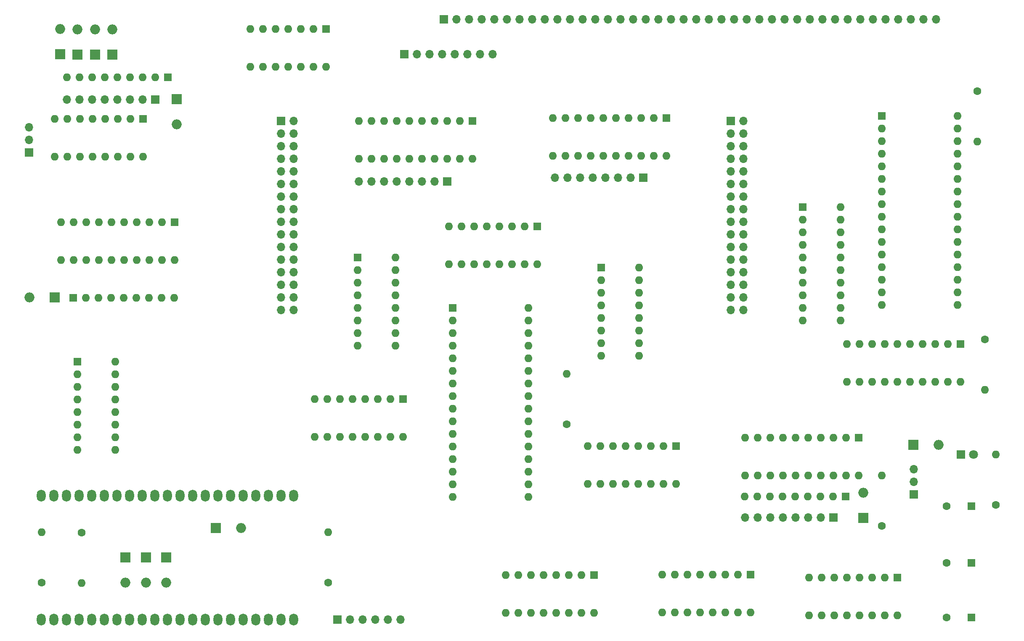
<source format=gbr>
%TF.GenerationSoftware,KiCad,Pcbnew,7.0.2*%
%TF.CreationDate,2023-05-21T12:10:35+01:00*%
%TF.ProjectId,FujiNet_Z80Bus_ReferenceDesign,46756a69-4e65-4745-9f5a-38304275735f,rev?*%
%TF.SameCoordinates,Original*%
%TF.FileFunction,Soldermask,Bot*%
%TF.FilePolarity,Negative*%
%FSLAX46Y46*%
G04 Gerber Fmt 4.6, Leading zero omitted, Abs format (unit mm)*
G04 Created by KiCad (PCBNEW 7.0.2) date 2023-05-21 12:10:35*
%MOMM*%
%LPD*%
G01*
G04 APERTURE LIST*
%ADD10R,2.000000X2.000000*%
%ADD11O,2.000000X2.000000*%
%ADD12R,1.700000X1.700000*%
%ADD13O,1.700000X1.700000*%
%ADD14R,1.600000X1.600000*%
%ADD15O,1.600000X1.600000*%
%ADD16C,1.600000*%
%ADD17R,1.800000X1.800000*%
%ADD18C,1.800000*%
%ADD19O,1.800000X2.400000*%
G04 APERTURE END LIST*
D10*
%TO.C,D11*%
X234640000Y-134460000D03*
D11*
X234640000Y-129380000D03*
%TD*%
D12*
%TO.C,DIAG-ESP_CONTROL1*%
X92200000Y-50120000D03*
D13*
X89660000Y-50120000D03*
X87120000Y-50120000D03*
X84580000Y-50120000D03*
X82040000Y-50120000D03*
X79500000Y-50120000D03*
X76960000Y-50120000D03*
X74420000Y-50120000D03*
%TD*%
D12*
%TO.C,J12*%
X117460000Y-54460000D03*
D13*
X120000000Y-54460000D03*
X117460000Y-57000000D03*
X120000000Y-57000000D03*
X117460000Y-59540000D03*
X120000000Y-59540000D03*
X117460000Y-62080000D03*
X120000000Y-62080000D03*
X117460000Y-64620000D03*
X120000000Y-64620000D03*
X117460000Y-67160000D03*
X120000000Y-67160000D03*
X117460000Y-69700000D03*
X120000000Y-69700000D03*
X117460000Y-72240000D03*
X120000000Y-72240000D03*
X117460000Y-74780000D03*
X120000000Y-74780000D03*
X117460000Y-77320000D03*
X120000000Y-77320000D03*
X117460000Y-79860000D03*
X120000000Y-79860000D03*
X117460000Y-82400000D03*
X120000000Y-82400000D03*
X117460000Y-84940000D03*
X120000000Y-84940000D03*
X117460000Y-87480000D03*
X120000000Y-87480000D03*
X117460000Y-90020000D03*
X120000000Y-90020000D03*
X117460000Y-92560000D03*
X120000000Y-92560000D03*
%TD*%
D12*
%TO.C,DIAG-LOCAL_DATA1*%
X228680000Y-134420000D03*
D13*
X226140000Y-134420000D03*
X223600000Y-134420000D03*
X221060000Y-134420000D03*
X218520000Y-134420000D03*
X215980000Y-134420000D03*
X213440000Y-134420000D03*
X210900000Y-134420000D03*
%TD*%
D14*
%TO.C,Z80_ADDRHIGH1*%
X195040000Y-53880000D03*
D15*
X192500000Y-53880000D03*
X189960000Y-53880000D03*
X187420000Y-53880000D03*
X184880000Y-53880000D03*
X182340000Y-53880000D03*
X179800000Y-53880000D03*
X177260000Y-53880000D03*
X174720000Y-53880000D03*
X172180000Y-53880000D03*
X172180000Y-61500000D03*
X174720000Y-61500000D03*
X177260000Y-61500000D03*
X179800000Y-61500000D03*
X182340000Y-61500000D03*
X184880000Y-61500000D03*
X187420000Y-61500000D03*
X189960000Y-61500000D03*
X192500000Y-61500000D03*
X195040000Y-61500000D03*
%TD*%
D16*
%TO.C,R5*%
X257615000Y-48450000D03*
D15*
X257615000Y-58610000D03*
%TD*%
D14*
%TO.C,C1*%
X256402700Y-132097300D03*
D16*
X251402700Y-132097300D03*
%TD*%
D14*
%TO.C,C3*%
X256402700Y-154500000D03*
D16*
X251402700Y-154500000D03*
%TD*%
D14*
%TO.C,SPI-Z80_CONTROL.IN1*%
X76500000Y-103000000D03*
D15*
X76500000Y-105540000D03*
X76500000Y-108080000D03*
X76500000Y-110620000D03*
X76500000Y-113160000D03*
X76500000Y-115700000D03*
X76500000Y-118240000D03*
X76500000Y-120780000D03*
X84120000Y-120780000D03*
X84120000Y-118240000D03*
X84120000Y-115700000D03*
X84120000Y-113160000D03*
X84120000Y-110620000D03*
X84120000Y-108080000D03*
X84120000Y-105540000D03*
X84120000Y-103000000D03*
%TD*%
D12*
%TO.C,EX_SPI1*%
X128840000Y-155000000D03*
D13*
X131380000Y-155000000D03*
X133920000Y-155000000D03*
X136460000Y-155000000D03*
X139000000Y-155000000D03*
X141540000Y-155000000D03*
%TD*%
D12*
%TO.C,DIAG-LOCAL_ADD_LOW1*%
X150960000Y-66620000D03*
D13*
X148420000Y-66620000D03*
X145880000Y-66620000D03*
X143340000Y-66620000D03*
X140800000Y-66620000D03*
X138260000Y-66620000D03*
X135720000Y-66620000D03*
X133180000Y-66620000D03*
%TD*%
D12*
%TO.C,JP2*%
X66800000Y-60800000D03*
D13*
X66800000Y-58260000D03*
X66800000Y-55720000D03*
%TD*%
D10*
%TO.C,D3*%
X90330000Y-142420000D03*
D11*
X90330000Y-147500000D03*
%TD*%
D14*
%TO.C,RIO_DECODER1*%
X254235000Y-99410000D03*
D15*
X251695000Y-99410000D03*
X249155000Y-99410000D03*
X246615000Y-99410000D03*
X244075000Y-99410000D03*
X241535000Y-99410000D03*
X238995000Y-99410000D03*
X236455000Y-99410000D03*
X233915000Y-99410000D03*
X231375000Y-99410000D03*
X231375000Y-107030000D03*
X233915000Y-107030000D03*
X236455000Y-107030000D03*
X238995000Y-107030000D03*
X241535000Y-107030000D03*
X244075000Y-107030000D03*
X246615000Y-107030000D03*
X249155000Y-107030000D03*
X251695000Y-107030000D03*
X254235000Y-107030000D03*
%TD*%
D14*
%TO.C,RN2*%
X231065000Y-130120000D03*
D15*
X228525000Y-130120000D03*
X225985000Y-130120000D03*
X223445000Y-130120000D03*
X220905000Y-130120000D03*
X218365000Y-130120000D03*
X215825000Y-130120000D03*
X213285000Y-130120000D03*
X210745000Y-130120000D03*
%TD*%
D12*
%TO.C,JP1*%
X244825000Y-129727100D03*
D13*
X244825000Y-127187100D03*
X244825000Y-124647100D03*
%TD*%
D14*
%TO.C,SPI-LOCAL_DATA.IN1*%
X212000000Y-145880000D03*
D15*
X209460000Y-145880000D03*
X206920000Y-145880000D03*
X204380000Y-145880000D03*
X201840000Y-145880000D03*
X199300000Y-145880000D03*
X196760000Y-145880000D03*
X194220000Y-145880000D03*
X194220000Y-153500000D03*
X196760000Y-153500000D03*
X199300000Y-153500000D03*
X201840000Y-153500000D03*
X204380000Y-153500000D03*
X206920000Y-153500000D03*
X209460000Y-153500000D03*
X212000000Y-153500000D03*
%TD*%
D14*
%TO.C,RN1*%
X75620000Y-90090000D03*
D15*
X78160000Y-90090000D03*
X80700000Y-90090000D03*
X83240000Y-90090000D03*
X85780000Y-90090000D03*
X88320000Y-90090000D03*
X90860000Y-90090000D03*
X93400000Y-90090000D03*
X95940000Y-90090000D03*
%TD*%
D14*
%TO.C,Z80-LOCAL_DATA1*%
X233720000Y-118340000D03*
D15*
X231180000Y-118340000D03*
X228640000Y-118340000D03*
X226100000Y-118340000D03*
X223560000Y-118340000D03*
X221020000Y-118340000D03*
X218480000Y-118340000D03*
X215940000Y-118340000D03*
X213400000Y-118340000D03*
X210860000Y-118340000D03*
X210860000Y-125960000D03*
X213400000Y-125960000D03*
X215940000Y-125960000D03*
X218480000Y-125960000D03*
X221020000Y-125960000D03*
X223560000Y-125960000D03*
X226100000Y-125960000D03*
X228640000Y-125960000D03*
X231180000Y-125960000D03*
X233720000Y-125960000D03*
%TD*%
D14*
%TO.C,IC3*%
X169000000Y-75700000D03*
D15*
X166460000Y-75700000D03*
X163920000Y-75700000D03*
X161380000Y-75700000D03*
X158840000Y-75700000D03*
X156300000Y-75700000D03*
X153760000Y-75700000D03*
X151220000Y-75700000D03*
X151220000Y-83320000D03*
X153760000Y-83320000D03*
X156300000Y-83320000D03*
X158840000Y-83320000D03*
X161380000Y-83320000D03*
X163920000Y-83320000D03*
X166460000Y-83320000D03*
X169000000Y-83320000D03*
%TD*%
D14*
%TO.C,SPI-LOCAL_ADD_HIGH.OUT1*%
X197000000Y-120000000D03*
D15*
X194460000Y-120000000D03*
X191920000Y-120000000D03*
X189380000Y-120000000D03*
X186840000Y-120000000D03*
X184300000Y-120000000D03*
X181760000Y-120000000D03*
X179220000Y-120000000D03*
X179220000Y-127620000D03*
X181760000Y-127620000D03*
X184300000Y-127620000D03*
X186840000Y-127620000D03*
X189380000Y-127620000D03*
X191920000Y-127620000D03*
X194460000Y-127620000D03*
X197000000Y-127620000D03*
%TD*%
D10*
%TO.C,D7*%
X76540000Y-41040000D03*
D11*
X76540000Y-35960000D03*
%TD*%
D10*
%TO.C,D5*%
X94330000Y-142420000D03*
D11*
X94330000Y-147500000D03*
%TD*%
D12*
%TO.C,DIAG-Z80_CONTROL1*%
X142300000Y-41000000D03*
D13*
X144840000Y-41000000D03*
X147380000Y-41000000D03*
X149920000Y-41000000D03*
X152460000Y-41000000D03*
X155000000Y-41000000D03*
X157540000Y-41000000D03*
X160080000Y-41000000D03*
%TD*%
D17*
%TO.C,D1*%
X254285000Y-121727100D03*
D18*
X256825000Y-121727100D03*
%TD*%
D14*
%TO.C,SPI-LOCAL_ADD_L.OUT1*%
X142000000Y-110500000D03*
D15*
X139460000Y-110500000D03*
X136920000Y-110500000D03*
X134380000Y-110500000D03*
X131840000Y-110500000D03*
X129300000Y-110500000D03*
X126760000Y-110500000D03*
X124220000Y-110500000D03*
X124220000Y-118120000D03*
X126760000Y-118120000D03*
X129300000Y-118120000D03*
X131840000Y-118120000D03*
X134380000Y-118120000D03*
X136920000Y-118120000D03*
X139460000Y-118120000D03*
X142000000Y-118120000D03*
%TD*%
D14*
%TO.C,IC4*%
X180500000Y-146000000D03*
D15*
X177960000Y-146000000D03*
X175420000Y-146000000D03*
X172880000Y-146000000D03*
X170340000Y-146000000D03*
X167800000Y-146000000D03*
X165260000Y-146000000D03*
X162720000Y-146000000D03*
X162720000Y-153620000D03*
X165260000Y-153620000D03*
X167800000Y-153620000D03*
X170340000Y-153620000D03*
X172880000Y-153620000D03*
X175420000Y-153620000D03*
X177960000Y-153620000D03*
X180500000Y-153620000D03*
%TD*%
D10*
%TO.C,D8*%
X80040000Y-41080000D03*
D11*
X80040000Y-36000000D03*
%TD*%
D16*
%TO.C,R8*%
X175000000Y-115580000D03*
D15*
X175000000Y-105420000D03*
%TD*%
D14*
%TO.C,IC1*%
X96040000Y-74880000D03*
D15*
X93500000Y-74880000D03*
X90960000Y-74880000D03*
X88420000Y-74880000D03*
X85880000Y-74880000D03*
X83340000Y-74880000D03*
X80800000Y-74880000D03*
X78260000Y-74880000D03*
X75720000Y-74880000D03*
X73180000Y-74880000D03*
X73180000Y-82500000D03*
X75720000Y-82500000D03*
X78260000Y-82500000D03*
X80800000Y-82500000D03*
X83340000Y-82500000D03*
X85880000Y-82500000D03*
X88420000Y-82500000D03*
X90960000Y-82500000D03*
X93500000Y-82500000D03*
X96040000Y-82500000D03*
%TD*%
D12*
%TO.C,J1*%
X150280000Y-34000000D03*
D13*
X152820000Y-34000000D03*
X155360000Y-34000000D03*
X157900000Y-34000000D03*
X160440000Y-34000000D03*
X162980000Y-34000000D03*
X165520000Y-34000000D03*
X168060000Y-34000000D03*
X170600000Y-34000000D03*
X173140000Y-34000000D03*
X175680000Y-34000000D03*
X178220000Y-34000000D03*
X180760000Y-34000000D03*
X183300000Y-34000000D03*
X185840000Y-34000000D03*
X188380000Y-34000000D03*
X190920000Y-34000000D03*
X193460000Y-34000000D03*
X196000000Y-34000000D03*
X198540000Y-34000000D03*
X201080000Y-34000000D03*
X203620000Y-34000000D03*
X206160000Y-34000000D03*
X208700000Y-34000000D03*
X211240000Y-34000000D03*
X213780000Y-34000000D03*
X216320000Y-34000000D03*
X218860000Y-34000000D03*
X221400000Y-34000000D03*
X223940000Y-34000000D03*
X226480000Y-34000000D03*
X229020000Y-34000000D03*
X231560000Y-34000000D03*
X234100000Y-34000000D03*
X236640000Y-34000000D03*
X239180000Y-34000000D03*
X241720000Y-34000000D03*
X244260000Y-34000000D03*
X246800000Y-34000000D03*
X249340000Y-34000000D03*
%TD*%
D14*
%TO.C,Z80-RIO_DATA1*%
X222495000Y-71830000D03*
D15*
X222495000Y-74370000D03*
X222495000Y-76910000D03*
X222495000Y-79450000D03*
X222495000Y-81990000D03*
X222495000Y-84530000D03*
X222495000Y-87070000D03*
X222495000Y-89610000D03*
X222495000Y-92150000D03*
X222495000Y-94690000D03*
X230115000Y-94690000D03*
X230115000Y-92150000D03*
X230115000Y-89610000D03*
X230115000Y-87070000D03*
X230115000Y-84530000D03*
X230115000Y-81990000D03*
X230115000Y-79450000D03*
X230115000Y-76910000D03*
X230115000Y-74370000D03*
X230115000Y-71830000D03*
%TD*%
D14*
%TO.C,SPI-LOCAL_ADDR_L.IN1*%
X132880000Y-82000000D03*
D15*
X132880000Y-84540000D03*
X132880000Y-87080000D03*
X132880000Y-89620000D03*
X132880000Y-92160000D03*
X132880000Y-94700000D03*
X132880000Y-97240000D03*
X132880000Y-99780000D03*
X140500000Y-99780000D03*
X140500000Y-97240000D03*
X140500000Y-94700000D03*
X140500000Y-92160000D03*
X140500000Y-89620000D03*
X140500000Y-87080000D03*
X140500000Y-84540000D03*
X140500000Y-82000000D03*
%TD*%
D14*
%TO.C,IC2*%
X126500000Y-35880000D03*
D15*
X123960000Y-35880000D03*
X121420000Y-35880000D03*
X118880000Y-35880000D03*
X116340000Y-35880000D03*
X113800000Y-35880000D03*
X111260000Y-35880000D03*
X111260000Y-43500000D03*
X113800000Y-43500000D03*
X116340000Y-43500000D03*
X118880000Y-43500000D03*
X121420000Y-43500000D03*
X123960000Y-43500000D03*
X126500000Y-43500000D03*
%TD*%
D14*
%TO.C,C2*%
X256402700Y-143500000D03*
D16*
X251402700Y-143500000D03*
%TD*%
D14*
%TO.C,SPI-LOCAL_ADD_H.IN1*%
X181880000Y-84000000D03*
D15*
X181880000Y-86540000D03*
X181880000Y-89080000D03*
X181880000Y-91620000D03*
X181880000Y-94160000D03*
X181880000Y-96700000D03*
X181880000Y-99240000D03*
X181880000Y-101780000D03*
X189500000Y-101780000D03*
X189500000Y-99240000D03*
X189500000Y-96700000D03*
X189500000Y-94160000D03*
X189500000Y-91620000D03*
X189500000Y-89080000D03*
X189500000Y-86540000D03*
X189500000Y-84000000D03*
%TD*%
D10*
%TO.C,D10*%
X71910000Y-90010000D03*
D11*
X66830000Y-90010000D03*
%TD*%
D16*
%TO.C,R7*%
X238400000Y-136080000D03*
D15*
X238400000Y-125920000D03*
%TD*%
D14*
%TO.C,CACHE1*%
X152000000Y-92120000D03*
D15*
X152000000Y-94660000D03*
X152000000Y-97200000D03*
X152000000Y-99740000D03*
X152000000Y-102280000D03*
X152000000Y-104820000D03*
X152000000Y-107360000D03*
X152000000Y-109900000D03*
X152000000Y-112440000D03*
X152000000Y-114980000D03*
X152000000Y-117520000D03*
X152000000Y-120060000D03*
X152000000Y-122600000D03*
X152000000Y-125140000D03*
X152000000Y-127680000D03*
X152000000Y-130220000D03*
X167240000Y-130220000D03*
X167240000Y-127680000D03*
X167240000Y-125140000D03*
X167240000Y-122600000D03*
X167240000Y-120060000D03*
X167240000Y-117520000D03*
X167240000Y-114980000D03*
X167240000Y-112440000D03*
X167240000Y-109900000D03*
X167240000Y-107360000D03*
X167240000Y-104820000D03*
X167240000Y-102280000D03*
X167240000Y-99740000D03*
X167240000Y-97200000D03*
X167240000Y-94660000D03*
X167240000Y-92120000D03*
%TD*%
D12*
%TO.C,DIAG-LOCAL_ADD_HIGH1*%
X190340000Y-65880000D03*
D13*
X187800000Y-65880000D03*
X185260000Y-65880000D03*
X182720000Y-65880000D03*
X180180000Y-65880000D03*
X177640000Y-65880000D03*
X175100000Y-65880000D03*
X172560000Y-65880000D03*
%TD*%
D14*
%TO.C,SPI-ESP_CONTROL.OUT1*%
X89700000Y-54000000D03*
D15*
X87160000Y-54000000D03*
X84620000Y-54000000D03*
X82080000Y-54000000D03*
X79540000Y-54000000D03*
X77000000Y-54000000D03*
X74460000Y-54000000D03*
X71920000Y-54000000D03*
X71920000Y-61620000D03*
X74460000Y-61620000D03*
X77000000Y-61620000D03*
X79540000Y-61620000D03*
X82080000Y-61620000D03*
X84620000Y-61620000D03*
X87160000Y-61620000D03*
X89700000Y-61620000D03*
%TD*%
D14*
%TO.C,Z80_ADDRLOW1*%
X156000000Y-54500000D03*
D15*
X153460000Y-54500000D03*
X150920000Y-54500000D03*
X148380000Y-54500000D03*
X145840000Y-54500000D03*
X143300000Y-54500000D03*
X140760000Y-54500000D03*
X138220000Y-54500000D03*
X135680000Y-54500000D03*
X133140000Y-54500000D03*
X133140000Y-62120000D03*
X135680000Y-62120000D03*
X138220000Y-62120000D03*
X140760000Y-62120000D03*
X143300000Y-62120000D03*
X145840000Y-62120000D03*
X148380000Y-62120000D03*
X150920000Y-62120000D03*
X153460000Y-62120000D03*
X156000000Y-62120000D03*
%TD*%
D10*
%TO.C,D2*%
X104330000Y-136500000D03*
D11*
X109410000Y-136500000D03*
%TD*%
D14*
%TO.C,RN3*%
X94700000Y-45620000D03*
D15*
X92160000Y-45620000D03*
X89620000Y-45620000D03*
X87080000Y-45620000D03*
X84540000Y-45620000D03*
X82000000Y-45620000D03*
X79460000Y-45620000D03*
X76920000Y-45620000D03*
X74380000Y-45620000D03*
%TD*%
D12*
%TO.C,J3*%
X207960000Y-54460000D03*
D13*
X210500000Y-54460000D03*
X207960000Y-57000000D03*
X210500000Y-57000000D03*
X207960000Y-59540000D03*
X210500000Y-59540000D03*
X207960000Y-62080000D03*
X210500000Y-62080000D03*
X207960000Y-64620000D03*
X210500000Y-64620000D03*
X207960000Y-67160000D03*
X210500000Y-67160000D03*
X207960000Y-69700000D03*
X210500000Y-69700000D03*
X207960000Y-72240000D03*
X210500000Y-72240000D03*
X207960000Y-74780000D03*
X210500000Y-74780000D03*
X207960000Y-77320000D03*
X210500000Y-77320000D03*
X207960000Y-79860000D03*
X210500000Y-79860000D03*
X207960000Y-82400000D03*
X210500000Y-82400000D03*
X207960000Y-84940000D03*
X210500000Y-84940000D03*
X207960000Y-87480000D03*
X210500000Y-87480000D03*
X207960000Y-90020000D03*
X210500000Y-90020000D03*
X207960000Y-92560000D03*
X210500000Y-92560000D03*
%TD*%
D16*
%TO.C,R2*%
X69330000Y-147500000D03*
D15*
X69330000Y-137340000D03*
%TD*%
D10*
%TO.C,D6*%
X73040000Y-41000000D03*
D11*
X73040000Y-35920000D03*
%TD*%
D16*
%TO.C,R1*%
X261325000Y-131807100D03*
D15*
X261325000Y-121647100D03*
%TD*%
D10*
%TO.C,D_PSUsafety1*%
X244745000Y-119727100D03*
D11*
X249825000Y-119727100D03*
%TD*%
D16*
%TO.C,R3*%
X77330000Y-137420000D03*
D15*
X77330000Y-147580000D03*
%TD*%
D14*
%TO.C,SPI-LOCAL_DATA.OUT1*%
X241500000Y-146500000D03*
D15*
X238960000Y-146500000D03*
X236420000Y-146500000D03*
X233880000Y-146500000D03*
X231340000Y-146500000D03*
X228800000Y-146500000D03*
X226260000Y-146500000D03*
X223720000Y-146500000D03*
X223720000Y-154120000D03*
X226260000Y-154120000D03*
X228800000Y-154120000D03*
X231340000Y-154120000D03*
X233880000Y-154120000D03*
X236420000Y-154120000D03*
X238960000Y-154120000D03*
X241500000Y-154120000D03*
%TD*%
D10*
%TO.C,D9*%
X83540000Y-41040000D03*
D11*
X83540000Y-35960000D03*
%TD*%
D10*
%TO.C,D12*%
X96500000Y-50040000D03*
D11*
X96500000Y-55120000D03*
%TD*%
D19*
%TO.C,ESP1*%
X69200000Y-155000000D03*
X71740000Y-155000000D03*
X74280000Y-155000000D03*
X76820000Y-155000000D03*
X79360000Y-155000000D03*
X81900000Y-155000000D03*
X84440000Y-155000000D03*
X86980000Y-155000000D03*
X89520000Y-155000000D03*
X92060000Y-155000000D03*
X94600000Y-155000000D03*
X97140000Y-155000000D03*
X99680000Y-155000000D03*
X102220000Y-155000000D03*
X104760000Y-155000000D03*
X107300000Y-155000000D03*
X109840000Y-155000000D03*
X112380000Y-155000000D03*
X114920000Y-155000000D03*
X117460000Y-155000000D03*
X120000000Y-155000000D03*
X120000000Y-130000000D03*
X117460000Y-130000000D03*
X114920000Y-130000000D03*
X112380000Y-130000000D03*
X109840000Y-130000000D03*
X107300000Y-130000000D03*
X104760000Y-130000000D03*
X102220000Y-130000000D03*
X99680000Y-130000000D03*
X97140000Y-130000000D03*
X94600000Y-130000000D03*
X92060000Y-130000000D03*
X89520000Y-130000000D03*
X86980000Y-130000000D03*
X84440000Y-130000000D03*
X81900000Y-130000000D03*
X79360000Y-130000000D03*
X76820000Y-130000000D03*
X74280000Y-130000000D03*
X71740000Y-130000000D03*
X69200000Y-130000000D03*
%TD*%
D16*
%TO.C,R4*%
X127000000Y-147500000D03*
D15*
X127000000Y-137340000D03*
%TD*%
D16*
%TO.C,R6*%
X259115000Y-98450000D03*
D15*
X259115000Y-108610000D03*
%TD*%
D14*
%TO.C,RIO1*%
X238375000Y-53450000D03*
D15*
X238375000Y-55990000D03*
X238375000Y-58530000D03*
X238375000Y-61070000D03*
X238375000Y-63610000D03*
X238375000Y-66150000D03*
X238375000Y-68690000D03*
X238375000Y-71230000D03*
X238375000Y-73770000D03*
X238375000Y-76310000D03*
X238375000Y-78850000D03*
X238375000Y-81390000D03*
X238375000Y-83930000D03*
X238375000Y-86470000D03*
X238375000Y-89010000D03*
X238375000Y-91550000D03*
X253615000Y-91550000D03*
X253615000Y-89010000D03*
X253615000Y-86470000D03*
X253615000Y-83930000D03*
X253615000Y-81390000D03*
X253615000Y-78850000D03*
X253615000Y-76310000D03*
X253615000Y-73770000D03*
X253615000Y-71230000D03*
X253615000Y-68690000D03*
X253615000Y-66150000D03*
X253615000Y-63610000D03*
X253615000Y-61070000D03*
X253615000Y-58530000D03*
X253615000Y-55990000D03*
X253615000Y-53450000D03*
%TD*%
D10*
%TO.C,D4*%
X86180000Y-142420000D03*
D11*
X86180000Y-147500000D03*
%TD*%
M02*

</source>
